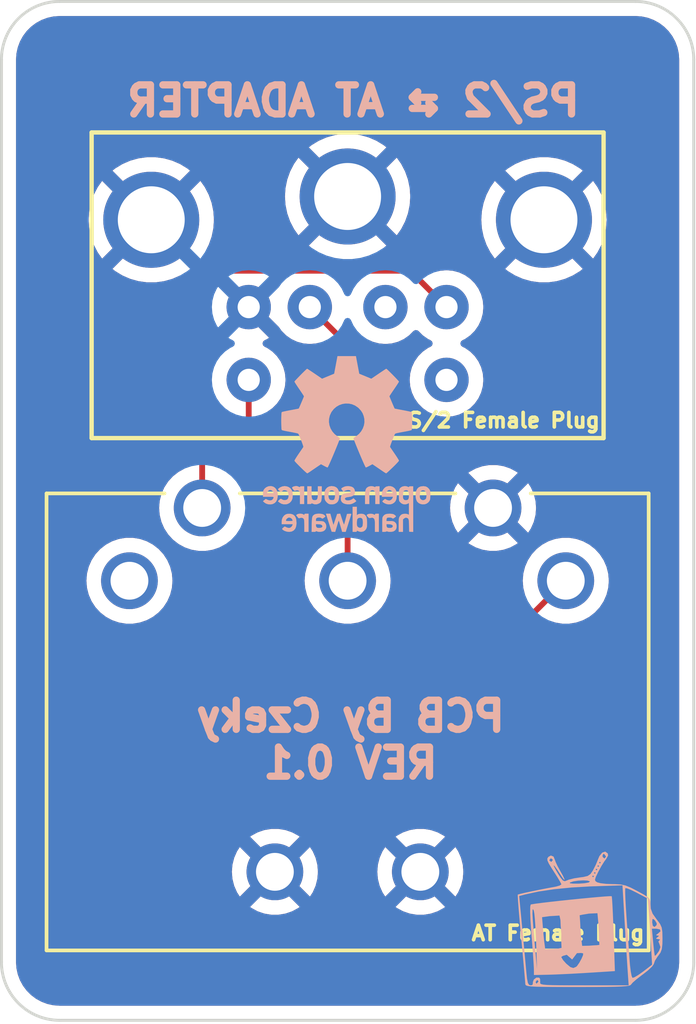
<source format=kicad_pcb>
(kicad_pcb (version 20240108) (generator "pcbnew") (generator_version "8.0")
  (layers (0 "F.Cu" signal) (31 "B.Cu" signal) (34 "B.Paste" user) (35 "F.Paste" user) (36 "B.SilkS" user "B.Silkscreen") (37 "F.SilkS" user "F.Silkscreen") (38 "B.Mask" user) (39 "F.Mask" user) (44 "Edge.Cuts" user))
  (net 0 "")
  (net 1 "/GND")
  (net 2 "Net-(J1-Pad1)")
  (net 3 "Net-(J1-Pad5)")
  (net 4 "Net-(J1-Pad4)")
  (footprint "din:5pin din" (layer "F.Cu") (at 23.9 37)
    (property "Reference" "REF**" (hide yes))
    (property "Value" "5pin din" (hide yes))
    (fp_line (start -10.35 -8) (end -6.295 -8) (stroke (width 0.127)) (layer "F.SilkS"))
    (fp_line (start -10.35 7.7) (end -10.35 -8) (stroke (width 0.127)) (layer "F.SilkS"))
    (fp_line (start -3.705 -8) (end 3.705 -8) (stroke (width 0.127)) (layer "F.SilkS"))
    (fp_line (start 6.295 -8) (end 10.35 -8) (stroke (width 0.127)) (layer "F.SilkS"))
    (fp_line (start 10.35 -8) (end 10.35 7.7) (stroke (width 0.127)) (layer "F.SilkS"))
    (fp_line (start 10.35 7.7) (end -10.35 7.7) (stroke (width 0.127)) (layer "F.SilkS"))
    (pad "1" thru_hole circle (at 7.5 -5) (size 1.95 1.95) (drill 1.3) (layers "*.Cu" "*.Mask") (net 3 "Net-(J1-Pad5)"))
    (pad "2" thru_hole circle (at 0 -5) (size 1.95 1.95) (drill 1.3) (layers "*.Cu" "*.Mask") (net 2 "Net-(J1-Pad1)"))
    (pad "3" thru_hole circle (at -7.5 -5) (size 1.95 1.95) (drill 1.3) (layers "*.Cu" "*.Mask"))
    (pad "4" thru_hole circle (at 5 -7.5) (size 1.95 1.95) (drill 1.3) (layers "*.Cu" "*.Mask") (net 1 "/GND"))
    (pad "5" thru_hole circle (at -5 -7.5) (size 1.95 1.95) (drill 1.3) (layers "*.Cu" "*.Mask") (net 4 "Net-(J1-Pad4)"))
    (pad "S1" thru_hole circle (at 2.5 5) (size 1.95 1.95) (drill oval 1.3) (layers "*.Cu" "*.Mask") (net 1 "/GND"))
    (pad "S2" thru_hole circle (at -2.5 5) (size 1.95 1.95) (drill 1.3) (layers "*.Cu" "*.Mask") (net 1 "/GND"))
  )
  (footprint "din:MINI-DIN-6-FULL-SHIELD" (layer "F.Cu") (at 23.9 14.1)
    (property "Reference" "J1" (hide yes))
    (property "Value" "Mini-DIN-6" (hide yes))
    (fp_line (start -8.8 2.5) (end 8.8 2.5) (stroke (width 0.15)) (layer "F.SilkS"))
    (fp_line (start -8.8 13) (end -8.8 2.5) (stroke (width 0.15)) (layer "F.SilkS"))
    (fp_line (start 8.8 2.5) (end 8.8 13) (stroke (width 0.15)) (layer "F.SilkS"))
    (fp_line (start 8.8 13) (end -8.8 13) (stroke (width 0.15)) (layer "F.SilkS"))
    (pad "1" thru_hole circle (at -1.3 8.5) (size 1.524 1.524) (drill 0.762) (layers "*.Cu" "*.Mask") (net 2 "Net-(J1-Pad1)"))
    (pad "2" thru_hole circle (at 1.3 8.5) (size 1.524 1.524) (drill 0.762) (layers "*.Cu" "*.Mask"))
    (pad "3" thru_hole circle (at -3.4 8.5) (size 1.524 1.524) (drill 0.762) (layers "*.Cu" "*.Mask") (net 1 "/GND"))
    (pad "4" thru_hole circle (at 3.4 8.5) (size 1.524 1.524) (drill 0.762) (layers "*.Cu" "*.Mask") (net 4 "Net-(J1-Pad4)"))
    (pad "5" thru_hole circle (at -3.4 11) (size 1.524 1.524) (drill 0.762) (layers "*.Cu" "*.Mask") (net 3 "Net-(J1-Pad5)"))
    (pad "6" thru_hole circle (at 3.4 11) (size 1.524 1.524) (drill 0.762) (layers "*.Cu" "*.Mask"))
    (pad "7" thru_hole circle (at -6.75 5.5) (size 3.3 3.3) (drill 2.3) (layers "*.Cu" "*.Mask") (net 1 "/GND"))
    (pad "7" thru_hole circle (at 0 4.7) (size 3.3 3.3) (drill 2.3) (layers "*.Cu" "*.Mask") (net 1 "/GND"))
    (pad "7" thru_hole circle (at 6.75 5.5) (size 3.3 3.3) (drill 2.3) (layers "*.Cu" "*.Mask") (net 1 "/GND"))
  )
  (footprint "Symbol:OSHW-Logo_5.7x6mm_SilkScreen" (layer "B.Cu") (at 23.875 27.3 180)
    (property "Reference" "REF**" (hide yes))
    (property "Value" "OSHW-Logo_5.7x6mm_SilkScreen" (hide yes))
    (fp_poly (pts (xy 1.79946 -1.45803) (xy 1.842711 -1.471245) (xy 1.870558 -1.487941) (xy 1.879629 -1.501145) (xy 1.877132 -1.516797) (xy 1.860931 -1.541385) (xy 1.847232 -1.5588) (xy 1.818992 -1.590283) (xy 1.797775 -1.603529) (xy 1.779688 -1.602664) (xy 1.726035 -1.58901) (xy 1.68663 -1.58963) (xy 1.654632 -1.605104) (xy 1.64389 -1.614161) (xy 1.609505 -1.646027) (xy 1.609505 -2.062179) (xy 1.471188 -2.062179) (xy 1.471188 -1.458614) (xy 1.540347 -1.458614) (xy 1.581869 -1.460256) (xy 1.603291 -1.466087) (xy 1.609502 -1.477461) (xy 1.609505 -1.477798) (xy 1.612439 -1.489713) (xy 1.625704 -1.488159) (xy 1.644084 -1.479563) (xy 1.682046 -1.463568) (xy 1.712872 -1.453945) (xy 1.752536 -1.451478) (xy 1.79946 -1.45803)) (stroke (width 0.01)) (fill solid) (layer "B.SilkS"))
    (fp_poly (pts (xy 1.635255 -2.401486) (xy 1.683595 -2.411015) (xy 1.711114 -2.425125) (xy 1.740064 -2.448568) (xy 1.698876 -2.500571) (xy 1.673482 -2.532064) (xy 1.656238 -2.547428) (xy 1.639102 -2.549776) (xy 1.614027 -2.542217) (xy 1.602257 -2.537941) (xy 1.55427 -2.531631) (xy 1.510324 -2.545156) (xy 1.47806 -2.57571) (xy 1.472819 -2.585452) (xy 1.467112 -2.611258) (xy 1.462706 -2.658817) (xy 1.459811 -2.724758) (xy 1.458631 -2.80571) (xy 1.458614 -2.817226) (xy 1.458614 -3.017822) (xy 1.320297 -3.017822) (xy 1.320297 -2.401683) (xy 1.389456 -2.401683) (xy 1.429333 -2.402725) (xy 1.450107 -2.407358) (xy 1.457789 -2.417849) (xy 1.458614 -2.427745) (xy 1.458614 -2.453806) (xy 1.491745 -2.427745) (xy 1.529735 -2.409965) (xy 1.58077 -2.401174) (xy 1.635255 -2.401486)) (stroke (width 0.01)) (fill solid) (layer "B.SilkS"))
    (fp_poly (pts (xy -0.993356 -2.40302) (xy -0.974539 -2.40866) (xy -0.968473 -2.421053) (xy -0.968218 -2.426647) (xy -0.967129 -2.44223) (xy -0.959632 -2.444676) (xy -0.939381 -2.433993) (xy -0.927351 -2.426694) (xy -0.8894 -2.411063) (xy -0.844072 -2.403334) (xy -0.796544 -2.40274) (xy -0.751995 -2.408513) (xy -0.715602 -2.419884) (xy -0.692543 -2.436088) (xy -0.687996 -2.456355) (xy -0.690291 -2.461843) (xy -0.70702 -2.484626) (xy -0.732963 -2.512647) (xy -0.737655 -2.517177) (xy -0.762383 -2.538005) (xy -0.783718 -2.544735) (xy -0.813555 -2.540038) (xy -0.825508 -2.536917) (xy -0.862705 -2.529421) (xy -0.888859 -2.532792) (xy -0.910946 -2.544681) (xy -0.931178 -2.560635) (xy -0.946079 -2.5807) (xy -0.956434 -2.608702) (xy -0.963029 -2.648467) (xy -0.966649 -2.703823) (xy -0.968078 -2.778594) (xy -0.968218 -2.82374) (xy -0.968218 -3.017822) (xy -1.09396 -3.017822) (xy -1.09396 -2.401683) (xy -1.031089 -2.401683) (xy -0.993356 -2.40302)) (stroke (width 0.01)) (fill solid) (layer "B.SilkS"))
    (fp_poly (pts (xy 0.993367 -1.654342) (xy 0.994555 -1.746563) (xy 0.998897 -1.81661) (xy 1.007558 -1.867381) (xy 1.021704 -1.901772) (xy 1.0425 -1.922679) (xy 1.07111 -1.933) (xy 1.106535 -1.935636) (xy 1.143636 -1.932682) (xy 1.171818 -1.921889) (xy 1.192243 -1.90036) (xy 1.206079 -1.865199) (xy 1.214491 -1.81351) (xy 1.218643 -1.742394) (xy 1.219703 -1.654342) (xy 1.219703 -1.458614) (xy 1.35802 -1.458614) (xy 1.35802 -2.062179) (xy 1.288862 -2.062179) (xy 1.24717 -2.060489) (xy 1.225701 -2.054556) (xy 1.219703 -2.043293) (xy 1.216091 -2.033261) (xy 1.201714 -2.035383) (xy 1.172736 -2.04958) (xy 1.106319 -2.07148) (xy 1.035875 -2.069928) (xy 0.968377 -2.046147) (xy 0.936233 -2.027362) (xy 0.911715 -2.007022) (xy 0.893804 -1.981573) (xy 0.881479 -1.947458) (xy 0.873723 -1.901121) (xy 0.869516 -1.839007) (xy 0.86784 -1.757561) (xy 0.867624 -1.694578) (xy 0.867624 -1.458614) (xy 0.993367 -1.458614) (xy 0.993367 -1.654342)) (stroke (width 0.01)) (fill solid) (layer "B.SilkS"))
    (fp_poly (pts (xy -0.754012 -1.469002) (xy -0.722717 -1.48395) (xy -0.692409 -1.505541) (xy -0.669318 -1.530391) (xy -0.6525 -1.562087) (xy -0.641006 -1.604214) (xy -0.633891 -1.660358) (xy -0.630207 -1.734106) (xy -0.629008 -1.829044) (xy -0.628989 -1.838985) (xy -0.628713 -2.062179) (xy -0.76703 -2.062179) (xy -0.76703 -1.856418) (xy -0.767128 -1.780189) (xy -0.767809 -1.724939) (xy -0.769651 -1.686501) (xy -0.773233 -1.660706) (xy -0.779132 -1.643384) (xy -0.787927 -1.630368) (xy -0.80018 -1.617507) (xy -0.843047 -1.589873) (xy -0.889843 -1.584745) (xy -0.934424 -1.602217) (xy -0.949928 -1.615221) (xy -0.96131 -1.627447) (xy -0.969481 -1.64054) (xy -0.974974 -1.658615) (xy -0.97832 -1.685787) (xy -0.980051 -1.72617) (xy -0.980697 -1.783879) (xy -0.980792 -1.854132) (xy -0.980792 -2.062179) (xy -1.119109 -2.062179) (xy -1.119109 -1.458614) (xy -1.04995 -1.458614) (xy -1.008428 -1.460256) (xy -0.987006 -1.466087) (xy -0.980795 -1.477461) (xy -0.980792 -1.477798) (xy -0.97791 -1.488938) (xy -0.965199 -1.487674) (xy -0.939926 -1.475434) (xy -0.882605 -1.457424) (xy -0.817037 -1.455421) (xy -0.754012 -1.469002)) (stroke (width 0.01)) (fill solid) (layer "B.SilkS"))
    (fp_poly (pts (xy 2.217226 -1.46388) (xy 2.29008 -1.49483) (xy 2.313027 -1.509895) (xy 2.342354 -1.533048) (xy 2.360764 -1.551253) (xy 2.363961 -1.557183) (xy 2.354935 -1.57034) (xy 2.331837 -1.592667) (xy 2.313344 -1.60825) (xy 2.262728 -1.648926) (xy 2.22276 -1.615295) (xy 2.191874 -1.593584) (xy 2.161759 -1.58609) (xy 2.127292 -1.58792) (xy 2.072561 -1.601528) (xy 2.034886 -1.629772) (xy 2.011991 -1.675433) (xy 2.001597 -1.741289) (xy 2.001595 -1.741331) (xy 2.002494 -1.814939) (xy 2.016463 -1.868946) (xy 2.044328 -1.905716) (xy 2.063325 -1.918168) (xy 2.113776 -1.933673) (xy 2.167663 -1.933683) (xy 2.214546 -1.918638) (xy 2.225644 -1.911287) (xy 2.253476 -1.892511) (xy 2.275236 -1.889434) (xy 2.298704 -1.903409) (xy 2.324649 -1.92851) (xy 2.365716 -1.97088) (xy 2.320121 -2.008464) (xy 2.249674 -2.050882) (xy 2.170233 -2.071785) (xy 2.087215 -2.070272) (xy 2.032694 -2.056411) (xy 1.96897 -2.022135) (xy 1.918005 -1.968212) (xy 1.894851 -1.930149) (xy 1.876099 -1.875536) (xy 1.866715 -1.806369) (xy 1.866643 -1.731407) (xy 1.875824 -1.659409) (xy 1.894199 -1.599137) (xy 1.897093 -1.592958) (xy 1.939952 -1.532351) (xy 1.997979 -1.488224) (xy 2.066591 -1.461493) (xy 2.141201 -1.453073) (xy 2.217226 -1.46388)) (stroke (width 0.01)) (fill solid) (layer "B.SilkS"))
    (fp_poly (pts (xy 0.610762 -1.466055) (xy 0.674363 -1.500692) (xy 0.724123 -1.555372) (xy 0.747568 -1.599842) (xy 0.757634 -1.639121) (xy 0.764156 -1.695116) (xy 0.766951 -1.759621) (xy 0.765836 -1.824429) (xy 0.760626 -1.881334) (xy 0.754541 -1.911727) (xy 0.734014 -1.953306) (xy 0.698463 -1.997468) (xy 0.655619 -2.036087) (xy 0.613211 -2.061034) (xy 0.612177 -2.06143) (xy 0.559553 -2.072331) (xy 0.497188 -2.072601) (xy 0.437924 -2.062676) (xy 0.41504 -2.054722) (xy 0.356102 -2.0213) (xy 0.31389 -1.977511) (xy 0.286156 -1.919538) (xy 0.270651 -1.843565) (xy 0.267143 -1.803771) (xy 0.26759 -1.753766) (xy 0.402376 -1.753766) (xy 0.406917 -1.826732) (xy 0.419986 -1.882334) (xy 0.440756 -1.917861) (xy 0.455552 -1.92802) (xy 0.493464 -1.935104) (xy 0.538527 -1.933007) (xy 0.577487 -1.922812) (xy 0.587704 -1.917204) (xy 0.614659 -1.884538) (xy 0.632451 -1.834545) (xy 0.640024 -1.773705) (xy 0.636325 -1.708497) (xy 0.628057 -1.669253) (xy 0.60432 -1.623805) (xy 0.566849 -1.595396) (xy 0.52172 -1.585573) (xy 0.475011 -1.595887) (xy 0.439132 -1.621112) (xy 0.420277 -1.641925) (xy 0.409272 -1.662439) (xy 0.404026 -1.690203) (xy 0.402449 -1.732762) (xy 0.402376 -1.753766) (xy 0.26759 -1.753766) (xy 0.268094 -1.69758) (xy 0.285388 -1.610501) (xy 0.319029 -1.54253) (xy 0.369018 -1.493664) (xy 0.435356 -1.463899) (xy 0.449601 -1.460448) (xy 0.53521 -1.452345) (xy 0.610762 -1.466055)) (stroke (width 0.01)) (fill solid) (layer "B.SilkS"))
    (fp_poly (pts (xy 0.281524 -2.404237) (xy 0.331255 -2.407971) (xy 0.461291 -2.797773) (xy 0.481678 -2.728614) (xy 0.493946 -2.685874) (xy 0.510085 -2.628115) (xy 0.527512 -2.564625) (xy 0.536726 -2.53057) (xy 0.571388 -2.401683) (xy 0.714391 -2.401683) (xy 0.671646 -2.536857) (xy 0.650596 -2.603342) (xy 0.625167 -2.683539) (xy 0.59861 -2.767193) (xy 0.574902 -2.841782) (xy 0.520902 -3.011535) (xy 0.462598 -3.015328) (xy 0.404295 -3.019122) (xy 0.372679 -2.914734) (xy 0.353182 -2.849889) (xy 0.331904 -2.7784) (xy 0.313308 -2.715263) (xy 0.312574 -2.71275) (xy 0.298684 -2.669969) (xy 0.286429 -2.640779) (xy 0.277846 -2.629741) (xy 0.276082 -2.631018) (xy 0.269891 -2.64813) (xy 0.258128 -2.684787) (xy 0.242225 -2.736378) (xy 0.223614 -2.798294) (xy 0.213543 -2.832352) (xy 0.159007 -3.017822) (xy 0.043264 -3.017822) (xy -0.049263 -2.725471) (xy -0.075256 -2.643462) (xy -0.098934 -2.568987) (xy -0.11918 -2.505544) (xy -0.134874 -2.456632) (xy -0.144898 -2.425749) (xy -0.147945 -2.416726) (xy -0.145533 -2.407487) (xy -0.126592 -2.403441) (xy -0.087177 -2.403846) (xy -0.081007 -2.404152) (xy -0.007914 -2.407971) (xy 0.039957 -2.58401) (xy 0.057553 -2.648211) (xy 0.073277 -2.704649) (xy 0.085746 -2.748422) (xy 0.093574 -2.77463) (xy 0.09502 -2.778903) (xy 0.101014 -2.77399) (xy 0.113101 -2.748532) (xy 0.129893 -2.705997) (xy 0.150003 -2.64985) (xy 0.167003 -2.59913) (xy 0.231794 -2.400504) (xy 0.281524 -2.404237)) (stroke (width 0.01)) (fill solid) (layer "B.SilkS"))
    (fp_poly (pts (xy -0.201188 -3.017822) (xy -0.270346 -3.017822) (xy -0.310488 -3.016645) (xy -0.331394 -3.011772) (xy -0.338922 -3.001186) (xy -0.339505 -2.994029) (xy -0.340774 -2.979676) (xy -0.348779 -2.976923) (xy -0.369815 -2.985771) (xy -0.386173 -2.994029) (xy -0.448977 -3.013597) (xy -0.517248 -3.014729) (xy -0.572752 -3.000135) (xy -0.624438 -2.964877) (xy -0.663838 -2.912835) (xy -0.685413 -2.85145) (xy -0.685962 -2.848018) (xy -0.689167 -2.810571) (xy -0.690761 -2.756813) (xy -0.690633 -2.716155) (xy -0.553279 -2.716155) (xy -0.550097 -2.770194) (xy -0.542859 -2.814735) (xy -0.53306 -2.839888) (xy -0.495989 -2.87426) (xy -0.451974 -2.886582) (xy -0.406584 -2.876618) (xy -0.367797 -2.846895) (xy -0.353108 -2.826905) (xy -0.344519 -2.80305) (xy -0.340496 -2.76823) (xy -0.339505 -2.71593) (xy -0.341278 -2.664139) (xy -0.345963 -2.618634) (xy -0.352603 -2.588181) (xy -0.35371 -2.585452) (xy -0.380491 -2.553) (xy -0.419579 -2.535183) (xy -0.463315 -2.532306) (xy -0.504038 -2.544674) (xy -0.534087 -2.572593) (xy -0.537204 -2.578148) (xy -0.546961 -2.612022) (xy -0.552277 -2.660728) (xy -0.553279 -2.716155) (xy -0.690633 -2.716155) (xy -0.690568 -2.69554) (xy -0.689664 -2.662563) (xy -0.683514 -2.580981) (xy -0.670733 -2.51973) (xy -0.649471 -2.474449) (xy -0.617878 -2.440779) (xy -0.587207 -2.421014) (xy -0.544354 -2.40712) (xy -0.491056 -2.402354) (xy -0.43648 -2.406236) (xy -0.389792 -2.418282) (xy -0.365124 -2.432693) (xy -0.339505 -2.455878) (xy -0.339505 -2.162773) (xy -0.201188 -2.162773) (xy -0.201188 -3.017822)) (stroke (width 0.01)) (fill solid) (layer "B.SilkS"))
    (fp_poly (pts (xy -2.538261 -1.465148) (xy -2.472479 -1.494231) (xy -2.42254 -1.542793) (xy -2.388374 -1.610908) (xy -2.369907 -1.698651) (xy -2.368583 -1.712351) (xy -2.367546 -1.808939) (xy -2.380993 -1.893602) (xy -2.408108 -1.962221) (xy -2.422627 -1.984294) (xy -2.473201 -2.031011) (xy -2.537609 -2.061268) (xy -2.609666 -2.073824) (xy -2.683185 -2.067439) (xy -2.739072 -2.047772) (xy -2.787132 -2.014629) (xy -2.826412 -1.971175) (xy -2.827092 -1.970158) (xy -2.843044 -1.943338) (xy -2.85341 -1.916368) (xy -2.859688 -1.882332) (xy -2.863373 -1.83431) (xy -2.864997 -1.794931) (xy -2.865672 -1.759219) (xy -2.739955 -1.759219) (xy -2.738726 -1.79477) (xy -2.734266 -1.842094) (xy -2.726397 -1.872465) (xy -2.712207 -1.894072) (xy -2.698917 -1.906694) (xy -2.651802 -1.933122) (xy -2.602505 -1.936653) (xy -2.556593 -1.917639) (xy -2.533638 -1.896331) (xy -2.517096 -1.874859) (xy -2.507421 -1.854313) (xy -2.503174 -1.827574) (xy -2.50292 -1.787523) (xy -2.504228 -1.750638) (xy -2.507043 -1.697947) (xy -2.511505 -1.663772) (xy -2.519548 -1.64148) (xy -2.533103 -1.624442) (xy -2.543845 -1.614703) (xy -2.588777 -1.589123) (xy -2.637249 -1.587847) (xy -2.677894 -1.602999) (xy -2.712567 -1.634642) (xy -2.733224 -1.68662) (xy -2.739955 -1.759219) (xy -2.865672 -1.759219) (xy -2.866479 -1.716621) (xy -2.863948 -1.658056) (xy -2.856362 -1.614007) (xy -2.842681 -1.579248) (xy -2.821865 -1.548551) (xy -2.814147 -1.539436) (xy -2.765889 -1.494021) (xy -2.714128 -1.467493) (xy -2.650828 -1.456379) (xy -2.619961 -1.455471) (xy -2.538261 -1.465148)) (stroke (width 0.01)) (fill solid) (layer "B.SilkS"))
    (fp_poly (pts (xy 2.677898 -1.456457) (xy 2.710096 -1.464279) (xy 2.771825 -1.492921) (xy 2.82461 -1.536667) (xy 2.861141 -1.589117) (xy 2.86616 -1.600893) (xy 2.873045 -1.63174) (xy 2.877864 -1.677371) (xy 2.879505 -1.723492) (xy 2.879505 -1.810693) (xy 2.697178 -1.810693) (xy 2.621979 -1.810978) (xy 2.569003 -1.812704) (xy 2.535325 -1.817181) (xy 2.51802 -1.82572) (xy 2.514163 -1.83963) (xy 2.520829 -1.860222) (xy 2.53277 -1.884315) (xy 2.56608 -1.924525) (xy 2.612368 -1.944558) (xy 2.668944 -1.943905) (xy 2.733031 -1.922101) (xy 2.788417 -1.895193) (xy 2.834375 -1.931532) (xy 2.880333 -1.967872) (xy 2.837096 -2.007819) (xy 2.779374 -2.045563) (xy 2.708386 -2.06832) (xy 2.632029 -2.074688) (xy 2.558199 -2.063268) (xy 2.546287 -2.059393) (xy 2.481399 -2.025506) (xy 2.43313 -1.974986) (xy 2.400465 -1.906325) (xy 2.382385 -1.818014) (xy 2.382175 -1.816121) (xy 2.380556 -1.719878) (xy 2.3871 -1.685542) (xy 2.514852 -1.685542) (xy 2.526584 -1.690822) (xy 2.558438 -1.694867) (xy 2.605397 -1.697176) (xy 2.635154 -1.697525) (xy 2.690648 -1.697306) (xy 2.725346 -1.695916) (xy 2.743601 -1.692251) (xy 2.749766 -1.68521) (xy 2.748195 -1.67369) (xy 2.746878 -1.669233) (xy 2.724382 -1.627355) (xy 2.689003 -1.593604) (xy 2.65778 -1.578773) (xy 2.616301 -1.579668) (xy 2.574269 -1.598164) (xy 2.539012 -1.628786) (xy 2.517854 -1.666062) (xy 2.514852 -1.685542) (xy 2.3871 -1.685542) (xy 2.39669 -1.635229) (xy 2.428698 -1.564191) (xy 2.474701 -1.508779) (xy 2.532821 -1.471009) (xy 2.60118 -1.452896) (xy 2.677898 -1.456457)) (stroke (width 0.01)) (fill solid) (layer "B.SilkS"))
    (fp_poly (pts (xy 0.014017 -1.456452) (xy 0.061634 -1.465482) (xy 0.111034 -1.48437) (xy 0.116312 -1.486777) (xy 0.153774 -1.506476) (xy 0.179717 -1.524781) (xy 0.188103 -1.536508) (xy 0.180117 -1.555632) (xy 0.16072 -1.58385) (xy 0.15211 -1.594384) (xy 0.116628 -1.635847) (xy 0.070885 -1.608858) (xy 0.02735 -1.590878) (xy -0.02295 -1.581267) (xy -0.071188 -1.58066) (xy -0.108533 -1.589691) (xy -0.117495 -1.595327) (xy -0.134563 -1.621171) (xy -0.136637 -1.650941) (xy -0.123866 -1.674197) (xy -0.116312 -1.678708) (xy -0.093675 -1.684309) (xy -0.053885 -1.690892) (xy -0.004834 -1.697183) (xy 0.004215 -1.69817) (xy 0.082996 -1.711798) (xy 0.140136 -1.734946) (xy 0.17803 -1.769752) (xy 0.199079 -1.818354) (xy 0.205635 -1.877718) (xy 0.196577 -1.945198) (xy 0.167164 -1.998188) (xy 0.117278 -2.036783) (xy 0.0468 -2.061081) (xy -0.031435 -2.070667) (xy -0.095234 -2.070552) (xy -0.146984 -2.061845) (xy -0.182327 -2.049825) (xy -0.226983 -2.02888) (xy -0.268253 -2.004574) (xy -0.282921 -1.993876) (xy -0.320643 -1.963084) (xy -0.275148 -1.917049) (xy -0.229653 -1.871013) (xy -0.177928 -1.905243) (xy -0.126048 -1.930952) (xy -0.070649 -1.944399) (xy -0.017395 -1.945818) (xy 0.028049 -1.935443) (xy 0.060016 -1.913507) (xy 0.070338 -1.894998) (xy 0.068789 -1.865314) (xy 0.04314 -1.842615) (xy -0.00654 -1.82694) (xy -0.060969 -1.819695) (xy -0.144736 -1.805873) (xy -0.206967 -1.779796) (xy -0.248493 -1.740699) (xy -0.270147 -1.68782) (xy -0.273147 -1.625126) (xy -0.258329 -1.559642) (xy -0.224546 -1.510144) (xy -0.171495 -1.476408) (xy -0.098874 -1.458207) (xy -0.045072 -1.454639) (xy 0.014017 -1.456452)) (stroke (width 0.01)) (fill solid) (layer "B.SilkS"))
    (fp_poly (pts (xy 2.032581 -2.40497) (xy 2.092685 -2.420597) (xy 2.143021 -2.452848) (xy 2.167393 -2.47694) (xy 2.207345 -2.533895) (xy 2.230242 -2.599965) (xy 2.238108 -2.681182) (xy 2.238148 -2.687748) (xy 2.238218 -2.753763) (xy 1.858264 -2.753763) (xy 1.866363 -2.788342) (xy 1.880987 -2.819659) (xy 1.906581 -2.852291) (xy 1.911935 -2.8575) (xy 1.957943 -2.885694) (xy 2.01041 -2.890475) (xy 2.070803 -2.871926) (xy 2.08104 -2.866931) (xy 2.112439 -2.851745) (xy 2.13347 -2.843094) (xy 2.137139 -2.842293) (xy 2.149948 -2.850063) (xy 2.174378 -2.869072) (xy 2.186779 -2.87946) (xy 2.212476 -2.903321) (xy 2.220915 -2.919077) (xy 2.215058 -2.933571) (xy 2.211928 -2.937534) (xy 2.190725 -2.954879) (xy 2.155738 -2.975959) (xy 2.131337 -2.988265) (xy 2.062072 -3.009946) (xy 1.985388 -3.016971) (xy 1.912765 -3.008647) (xy 1.892426 -3.002686) (xy 1.829476 -2.968952) (xy 1.782815 -2.917045) (xy 1.752173 -2.846459) (xy 1.737282 -2.756692) (xy 1.735647 -2.709753) (xy 1.740421 -2.641413) (xy 1.86099 -2.641413) (xy 1.872652 -2.646465) (xy 1.903998 -2.650429) (xy 1.949571 -2.652768) (xy 1.980446 -2.653169) (xy 2.035981 -2.652783) (xy 2.071033 -2.650975) (xy 2.090262 -2.646773) (xy 2.09833 -2.639203) (xy 2.099901 -2.628218) (xy 2.089121 -2.594381) (xy 2.06198 -2.56094) (xy 2.026277 -2.535272) (xy 1.99056 -2.524772) (xy 1.942048 -2.534086) (xy 1.900053 -2.561013) (xy 1.870936 -2.599827) (xy 1.86099 -2.641413) (xy 1.740421 -2.641413) (xy 1.742599 -2.610236) (xy 1.764055 -2.530949) (xy 1.80047 -2.471263) (xy 1.852297 -2.430549) (xy 1.91999 -2.408179) (xy 1.956662 -2.403871) (xy 2.032581 -2.40497)) (stroke (width 0.01)) (fill solid) (layer "B.SilkS"))
    (fp_poly (pts (xy -1.356699 -1.472614) (xy -1.344168 -1.478514) (xy -1.300799 -1.510283) (xy -1.25979 -1.556646) (xy -1.229168 -1.607696) (xy -1.220459 -1.631166) (xy -1.212512 -1.673091) (xy -1.207774 -1.723757) (xy -1.207199 -1.744679) (xy -1.207129 -1.810693) (xy -1.587083 -1.810693) (xy -1.578983 -1.845273) (xy -1.559104 -1.88617) (xy -1.524347 -1.921514) (xy -1.482998 -1.944282) (xy -1.456649 -1.94901) (xy -1.420916 -1.943273) (xy -1.378282 -1.928882) (xy -1.363799 -1.922262) (xy -1.31024 -1.895513) (xy -1.264533 -1.930376) (xy -1.238158 -1.953955) (xy -1.224124 -1.973417) (xy -1.223414 -1.979129) (xy -1.235951 -1.992973) (xy -1.263428 -2.014012) (xy -1.288366 -2.030425) (xy -1.355664 -2.05993) (xy -1.43111 -2.073284) (xy -1.505888 -2.069812) (xy -1.565495 -2.051663) (xy -1.626941 -2.012784) (xy -1.670608 -1.961595) (xy -1.697926 -1.895367) (xy -1.710322 -1.811371) (xy -1.711421 -1.772936) (xy -1.707022 -1.684861) (xy -1.706482 -1.682299) (xy -1.580582 -1.682299) (xy -1.577115 -1.690558) (xy -1.562863 -1.695113) (xy -1.53347 -1.697065) (xy -1.484575 -1.697517) (xy -1.465748 -1.697525) (xy -1.408467 -1.696843) (xy -1.372141 -1.694364) (xy -1.352604 -1.689443) (xy -1.34569 -1.681434) (xy -1.345445 -1.678862) (xy -1.353336 -1.658423) (xy -1.373085 -1.629789) (xy -1.381575 -1.619763) (xy -1.413094 -1.591408) (xy -1.445949 -1.580259) (xy -1.463651 -1.579327) (xy -1.511539 -1.590981) (xy -1.551699 -1.622285) (xy -1.577173 -1.667752) (xy -1.577625 -1.669233) (xy -1.580582 -1.682299) (xy -1.706482 -1.682299) (xy -1.692392 -1.61551) (xy -1.666038 -1.560025) (xy -1.633807 -1.520639) (xy -1.574217 -1.477931) (xy -1.504168 -1.455109) (xy -1.429661 -1.453046) (xy -1.356699 -1.472614)) (stroke (width 0.01)) (fill solid) (layer "B.SilkS"))
    (fp_poly (pts (xy 1.038411 -2.405417) (xy 1.091411 -2.41829) (xy 1.106731 -2.42511) (xy 1.136428 -2.442974) (xy 1.15922 -2.463093) (xy 1.176083 -2.488962) (xy 1.187998 -2.524073) (xy 1.195942 -2.57192) (xy 1.200894 -2.635996) (xy 1.203831 -2.719794) (xy 1.204947 -2.775768) (xy 1.209052 -3.017822) (xy 1.138932 -3.017822) (xy 1.096393 -3.016038) (xy 1.074476 -3.009942) (xy 1.068812 -2.999706) (xy 1.065821 -2.988637) (xy 1.052451 -2.990754) (xy 1.034233 -2.999629) (xy 0.988624 -3.013233) (xy 0.930007 -3.016899) (xy 0.868354 -3.010903) (xy 0.813638 -2.995521) (xy 0.80873 -2.993386) (xy 0.758723 -2.958255) (xy 0.725756 -2.909419) (xy 0.710587 -2.852333) (xy 0.711746 -2.831824) (xy 0.835508 -2.831824) (xy 0.846413 -2.859425) (xy 0.878745 -2.879204) (xy 0.93091 -2.889819) (xy 0.958787 -2.891228) (xy 1.005247 -2.88762) (xy 1.036129 -2.873597) (xy 1.043664 -2.866931) (xy 1.064076 -2.830666) (xy 1.068812 -2.797773) (xy 1.068812 -2.753763) (xy 1.007513 -2.753763) (xy 0.936256 -2.757395) (xy 0.886276 -2.768818) (xy 0.854696 -2.788824) (xy 0.847626 -2.797743) (xy 0.835508 -2.831824) (xy 0.711746 -2.831824) (xy 0.713971 -2.792456) (xy 0.736663 -2.735244) (xy 0.767624 -2.69658) (xy 0.786376 -2.679864) (xy 0.804733 -2.668878) (xy 0.828619 -2.66218) (xy 0.863957 -2.658326) (xy 0.916669 -2.655873) (xy 0.937577 -2.655168) (xy 1.068812 -2.650879) (xy 1.06862 -2.611158) (xy 1.063537 -2.569405) (xy 1.045162 -2.544158) (xy 1.008039 -2.52803) (xy 1.007043 -2.527742) (xy 0.95441 -2.5214) (xy 0.902906 -2.529684) (xy 0.86463 -2.549827) (xy 0.849272 -2.559773) (xy 0.83273 -2.558397) (xy 0.807275 -2.543987) (xy 0.792328 -2.533817) (xy 0.763091 -2.512088) (xy 0.74498 -2.4958) (xy 0.742074 -2.491137) (xy 0.75404 -2.467005) (xy 0.789396 -2.438185) (xy 0.804753 -2.428461) (xy 0.848901 -2.411714) (xy 0.908398 -2.402227) (xy 0.974487 -2.400095) (xy 1.038411 -2.405417)) (stroke (width 0.01)) (fill solid) (layer "B.SilkS"))
    (fp_poly (pts (xy -1.38421 -2.406555) (xy -1.325055 -2.422339) (xy -1.280023 -2.450948) (xy -1.248246 -2.488419) (xy -1.238366 -2.504411) (xy -1.231073 -2.521163) (xy -1.225974 -2.542592) (xy -1.222679 -2.572616) (xy -1.220797 -2.615154) (xy -1.219937 -2.674122) (xy -1.219707 -2.75344) (xy -1.219703 -2.774484) (xy -1.219703 -3.017822) (xy -1.280059 -3.017822) (xy -1.318557 -3.015126) (xy -1.347023 -3.008295) (xy -1.354155 -3.004083) (xy -1.373652 -2.996813) (xy -1.393566 -3.004083) (xy -1.426353 -3.01316) (xy -1.473978 -3.016813) (xy -1.526764 -3.015228) (xy -1.575036 -3.008589) (xy -1.603218 -3.000072) (xy -1.657753 -2.965063) (xy -1.691835 -2.916479) (xy -1.707157 -2.851882) (xy -1.707299 -2.850223) (xy -1.705955 -2.821566) (xy -1.584356 -2.821566) (xy -1.573726 -2.854161) (xy -1.55641 -2.872505) (xy -1.521652 -2.886379) (xy -1.475773 -2.891917) (xy -1.428988 -2.889191) (xy -1.391514 -2.878274) (xy -1.381015 -2.871269) (xy -1.362668 -2.838904) (xy -1.35802 -2.802111) (xy -1.35802 -2.753763) (xy -1.427582 -2.753763) (xy -1.493667 -2.75885) (xy -1.543764 -2.773263) (xy -1.574929 -2.795729) (xy -1.584356 -2.821566) (xy -1.705955 -2.821566) (xy -1.703987 -2.779647) (xy -1.68071 -2.723845) (xy -1.636948 -2.681647) (xy -1.630899 -2.677808) (xy -1.604907 -2.665309) (xy -1.572735 -2.65774) (xy -1.52776 -2.654061) (xy -1.474331 -2.653216) (xy -1.35802 -2.653169) (xy -1.35802 -2.604411) (xy -1.362953 -2.566581) (xy -1.375543 -2.541236) (xy -1.377017 -2.539887) (xy -1.405034 -2.5288) (xy -1.447326 -2.524503) (xy -1.494064 -2.526615) (xy -1.535418 -2.534756) (xy -1.559957 -2.546965) (xy -1.573253 -2.556746) (xy -1.587294 -2.558613) (xy -1.606671 -2.5506) (xy -1.635976 -2.530739) (xy -1.679803 -2.497063) (xy -1.683825 -2.493909) (xy -1.681764 -2.482236) (xy -1.664568 -2.462822) (xy -1.638433 -2.441248) (xy -1.609552 -2.423096) (xy -1.600478 -2.418809) (xy -1.56738 -2.410256) (xy -1.51888 -2.404155) (xy -1.464695 -2.401708) (xy -1.462161 -2.401703) (xy -1.38421 -2.406555)) (stroke (width 0.01)) (fill solid) (layer "B.SilkS"))
    (fp_poly (pts (xy -1.908759 -1.469184) (xy -1.882247 -1.482282) (xy -1.849553 -1.505106) (xy -1.825725 -1.529996) (xy -1.809406 -1.561249) (xy -1.79924 -1.603166) (xy -1.793872 -1.660044) (xy -1.791944 -1.736184) (xy -1.791831 -1.768917) (xy -1.792161 -1.840656) (xy -1.793527 -1.891927) (xy -1.7965 -1.927404) (xy -1.801649 -1.951763) (xy -1.809543 -1.96968) (xy -1.817757 -1.981902) (xy -1.870187 -2.033905) (xy -1.93193 -2.065184) (xy -1.998536 -2.074592) (xy -2.065558 -2.06098) (xy -2.086792 -2.051354) (xy -2.137624 -2.024859) (xy -2.137624 -2.440052) (xy -2.100525 -2.420868) (xy -2.051643 -2.406025) (xy -1.991561 -2.402222) (xy -1.931564 -2.409243) (xy -1.886256 -2.425013) (xy -1.848675 -2.455047) (xy -1.816564 -2.498024) (xy -1.81415 -2.502436) (xy -1.803967 -2.523221) (xy -1.79653 -2.54417) (xy -1.791411 -2.569548) (xy -1.788181 -2.603618) (xy -1.786413 -2.650641) (xy -1.785677 -2.714882) (xy -1.785544 -2.787176) (xy -1.785544 -3.017822) (xy -1.923861 -3.017822) (xy -1.923861 -2.592533) (xy -1.962549 -2.559979) (xy -2.002738 -2.53394) (xy -2.040797 -2.529205) (xy -2.079066 -2.541389) (xy -2.099462 -2.55332) (xy -2.114642 -2.570313) (xy -2.125438 -2.595995) (xy -2.132683 -2.633991) (xy -2.137208 -2.687926) (xy -2.139844 -2.761425) (xy -2.140772 -2.810347) (xy -2.143911 -3.011535) (xy -2.209926 -3.015336) (xy -2.27594 -3.019136) (xy -2.27594 -1.77065) (xy -2.137624 -1.77065) (xy -2.134097 -1.840254) (xy -2.122215 -1.888569) (xy -2.10002 -1.918631) (xy -2.065559 -1.933471) (xy -2.030742 -1.936436) (xy -1.991329 -1.933028) (xy -1.965171 -1.919617) (xy -1.948814 -1.901896) (xy -1.935937 -1.882835) (xy -1.928272 -1.861601) (xy -1.924861 -1.831849) (xy -1.924749 -1.787236) (xy -1.925897 -1.74988) (xy -1.928532 -1.693604) (xy -1.932456 -1.656658) (xy -1.939063 -1.633223) (xy -1.949749 -1.61748) (xy -1.959833 -1.60838) (xy -2.00197 -1.588537) (xy -2.05184 -1.585332) (xy -2.080476 -1.592168) (xy -2.108828 -1.616464) (xy -2.127609 -1.663728) (xy -2.136712 -1.733624) (xy -2.137624 -1.77065) (xy -2.27594 -1.77065) (xy -2.27594 -1.458614) (xy -2.206782 -1.458614) (xy -2.16526 -1.460256) (xy -2.143838 -1.466087) (xy -2.137626 -1.477461) (xy -2.137624 -1.477798) (xy -2.134742 -1.488938) (xy -2.12203 -1.487673) (xy -2.096757 -1.475433) (xy -2.037869 -1.456707) (xy -1.971615 -1.454739) (xy -1.908759 -1.469184)) (stroke (width 0.01)) (fill solid) (layer "B.SilkS"))
    (fp_poly (pts (xy 0.376964 2.709982) (xy 0.433812 2.40843) (xy 0.853338 2.235488) (xy 1.104984 2.406605) (xy 1.175458 2.45425) (xy 1.239163 2.49679) (xy 1.293126 2.532285) (xy 1.334373 2.55879) (xy 1.359934 2.574364) (xy 1.366895 2.577722) (xy 1.379435 2.569086) (xy 1.406231 2.545208) (xy 1.44428 2.509141) (xy 1.490579 2.463933) (xy 1.542123 2.412636) (xy 1.595909 2.358299) (xy 1.648935 2.303972) (xy 1.698195 2.252705) (xy 1.740687 2.207549) (xy 1.773407 2.171554) (xy 1.793351 2.14777) (xy 1.798119 2.13981) (xy 1.791257 2.125135) (xy 1.77202 2.092986) (xy 1.74243 2.046508) (xy 1.70451 1.988844) (xy 1.660282 1.92314) (xy 1.634654 1.885664) (xy 1.587941 1.817232) (xy 1.546432 1.75548) (xy 1.51214 1.703481) (xy 1.48708 1.664308) (xy 1.473264 1.641035) (xy 1.471188 1.636145) (xy 1.475895 1.622245) (xy 1.488723 1.58985) (xy 1.507738 1.543515) (xy 1.531003 1.487794) (xy 1.556584 1.427242) (xy 1.582545 1.366414) (xy 1.60695 1.309864) (xy 1.627863 1.262148) (xy 1.643349 1.227819) (xy 1.651472 1.211432) (xy 1.651952 1.210788) (xy 1.664707 1.207659) (xy 1.698677 1.200679) (xy 1.75034 1.190533) (xy 1.816176 1.177908) (xy 1.892664 1.163491) (xy 1.93729 1.155177) (xy 2.019021 1.139616) (xy 2.092843 1.124808) (xy 2.155021 1.111564) (xy 2.201822 1.100695) (xy 2.229509 1.093011) (xy 2.235074 1.090573) (xy 2.240526 1.07407) (xy 2.244924 1.0368) (xy 2.248272 0.98312) (xy 2.250574 0.917388) (xy 2.251832 0.843963) (xy 2.252048 0.767204) (xy 2.251227 0.691468) (xy 2.249371 0.621114) (xy 2.246482 0.5605) (xy 2.242565 0.513984) (xy 2.237622 0.485925) (xy 2.234657 0.480084) (xy 2.216934 0.473083) (xy 2.179381 0.463073) (xy 2.126964 0.451231) (xy 2.064652 0.438733) (xy 2.0429 0.43469) (xy 1.938024 0.41548) (xy 1.85518 0.400009) (xy 1.79163 0.387663) (xy 1.744637 0.377827) (xy 1.711463 0.369886) (xy 1.689371 0.363224) (xy 1.675624 0.357227) (xy 1.667484 0.351281) (xy 1.666345 0.350106) (xy 1.654977 0.331174) (xy 1.637635 0.294331) (xy 1.61605 0.244087) (xy 1.591954 0.184954) (xy 1.567079 0.121444) (xy 1.543157 0.058068) (xy 1.521919 -0.000662) (xy 1.505097 -0.050235) (xy 1.494422 -0.086139) (xy 1.491627 -0.103862) (xy 1.49186 -0.104483) (xy 1.501331 -0.11897) (xy 1.522818 -0.150844) (xy 1.554063 -0.196789) (xy 1.592807 -0.253485) (xy 1.636793 -0.317617) (xy 1.649319 -0.335842) (xy 1.693984 -0.401914) (xy 1.733288 -0.4622) (xy 1.765088 -0.513235) (xy 1.787245 -0.55156) (xy 1.797617 -0.573711) (xy 1.798119 -0.576432) (xy 1.789405 -0.590736) (xy 1.765325 -0.619072) (xy 1.728976 -0.658396) (xy 1.683453 -0.705661) (xy 1.631852 -0.757823) (xy 1.577267 -0.811835) (xy 1.522794 -0.864653) (xy 1.471529 -0.913231) (xy 1.426567 -0.954523) (xy 1.391004 -0.985485) (xy 1.367935 -1.00307) (xy 1.361554 -1.005941) (xy 1.346699 -0.999178) (xy 1.316286 -0.980939) (xy 1.275268 -0.954297) (xy 1.243709 -0.932852) (xy 1.186525 -0.893503) (xy 1.118806 -0.847171) (xy 1.05088 -0.800913) (xy 1.014361 -0.776155) (xy 0.890752 -0.692547) (xy 0.786991 -0.74865) (xy 0.73972 -0.773228) (xy 0.699523 -0.792331) (xy 0.672326 -0.803227) (xy 0.665402 -0.804743) (xy 0.657077 -0.793549) (xy 0.640654 -0.761917) (xy 0.617357 -0.712765) (xy 0.588414 -0.64901) (xy 0.55505 -0.573571) (xy 0.518491 -0.489364) (xy 0.479964 -0.399308) (xy 0.440694 -0.306321) (xy 0.401908 -0.21332) (xy 0.36483 -0.123223) (xy 0.330689 -0.038948) (xy 0.300708 0.036587) (xy 0.276116 0.100466) (xy 0.258136 0.149769) (xy 0.247997 0.181579) (xy 0.246366 0.192504) (xy 0.259291 0.206439) (xy 0.287589 0.22906) (xy 0.325346 0.255667) (xy 0.328515 0.257772) (xy 0.4261 0.335886) (xy 0.504786 0.427018) (xy 0.563891 0.528255) (xy 0.602732 0.636682) (xy 0.620628 0.749386) (xy 0.616897 0.863452) (xy 0.590857 0.975966) (xy 0.541825 1.084015) (xy 0.5274 1.107655) (xy 0.452369 1.203113) (xy 0.36373 1.279768) (xy 0.264549 1.33722) (xy 0.157895 1.375071) (xy 0.046836 1.392922) (xy -0.065561 1.390375) (xy -0.176227 1.36703) (xy -0.282094 1.32249) (xy -0.380095 1.256355) (xy -0.41041 1.229513) (xy -0.487562 1.145488) (xy -0.543782 1.057034) (xy -0.582347 0.957885) (xy -0.603826 0.859697) (xy -0.609128 0.749303) (xy -0.591448 0.63836) (xy -0.552581 0.530619) (xy -0.494323 0.429831) (xy -0.418469 0.339744) (xy -0.326817 0.264108) (xy -0.314772 0.256136) (xy -0.276611 0.230026) (xy -0.247601 0.207405) (xy -0.233732 0.192961) (xy -0.233531 0.192504) (xy -0.236508 0.176879) (xy -0.248311 0.141418) (xy -0.267714 0.089038) (xy -0.293488 0.022655) (xy -0.324409 -0.054814) (xy -0.359249 -0.14045) (xy -0.396783 -0.231337) (xy -0.435783 -0.324559) (xy -0.475023 -0.417197) (xy -0.513276 -0.506335) (xy -0.549317 -0.589055) (xy -0.581917 -0.662441) (xy -0.609852 -0.723575) (xy -0.631895 -0.769541) (xy -0.646818 -0.797421) (xy -0.652828 -0.804743) (xy -0.671191 -0.799041) (xy -0.705552 -0.783749) (xy -0.749984 -0.761599) (xy -0.774417 -0.74865) (xy -0.878178 -0.692547) (xy -1.001787 -0.776155) (xy -1.064886 -0.818987) (xy -1.13397 -0.866122) (xy -1.198707 -0.910503) (xy -1.231134 -0.932852) (xy -1.276741 -0.963477) (xy -1.31536 -0.987747) (xy -1.341952 -1.002587) (xy -1.35059 -1.005724) (xy -1.363161 -0.997261) (xy -1.390984 -0.973636) (xy -1.431361 -0.937302) (xy -1.481595 -0.890711) (xy -1.538988 -0.836317) (xy -1.575286 -0.801392) (xy -1.63879 -0.738996) (xy -1.693673 -0.683188) (xy -1.737714 -0.636354) (xy -1.768695 -0.600882) (xy -1.784398 -0.579161) (xy -1.785905 -0.574752) (xy -1.778914 -0.557985) (xy -1.759594 -0.524082) (xy -1.730091 -0.476476) (xy -1.692545 -0.418599) (xy -1.6491 -0.353884) (xy -1.636745 -0.335842) (xy -1.591727 -0.270267) (xy -1.55134 -0.211228) (xy -1.51784 -0.162042) (xy -1.493486 -0.126028) (xy -1.480536 -0.106502) (xy -1.479285 -0.104483) (xy -1.481156 -0.088922) (xy -1.491087 -0.054709) (xy -1.507347 -0.006355) (xy -1.528205 0.051629) (xy -1.551927 0.11473) (xy -1.576784 0.178437) (xy -1.601042 0.238239) (xy -1.622971 0.289624) (xy -1.640838 0.328081) (xy -1.652913 0.349098) (xy -1.653771 0.350106) (xy -1.661154 0.356112) (xy -1.673625 0.362052) (xy -1.69392 0.36854) (xy -1.724778 0.376191) (xy -1.768934 0.38562) (xy -1.829126 0.397441) (xy -1.908093 0.412271) (xy -2.00857 0.430723) (xy -2.030325 0.43469) (xy -2.094802 0.447147) (xy -2.151011 0.459334) (xy -2.193987 0.470074) (xy -2.21876 0.478191) (xy -2.222082 0.480084) (xy -2.227556 0.496862) (xy -2.232006 0.534355) (xy -2.235428 0.588206) (xy -2.237819 0.654056) (xy -2.239177 0.727547) (xy -2.239499 0.80432) (xy -2.238781 0.880017) (xy -2.237021 0.95028) (xy -2.234216 1.01075) (xy -2.230362 1.05707) (xy -2.225457 1.084881) (xy -2.2225 1.090573) (xy -2.206037 1.096314) (xy -2.168551 1.105655) (xy -2.113775 1.117785) (xy -2.045445 1.131893) (xy -1.967294 1.14717) (xy -1.924716 1.155177) (xy -1.843929 1.170279) (xy -1.771887 1.18396) (xy -1.712111 1.195533) (xy -1.668121 1.204313) (xy -1.643439 1.209613) (xy -1.639377 1.210788) (xy -1.632511 1.224035) (xy -1.617998 1.255943) (xy -1.597771 1.301953) (xy -1.573766 1.357508) (xy -1.547918 1.418047) (xy -1.52216 1.479014) (xy -1.498427 1.535849) (xy -1.478654 1.583994) (xy -1.464776 1.61889) (xy -1.458726 1.635979) (xy -1.458614 1.636726) (xy -1.465472 1.650207) (xy -1.484698 1.68123) (xy -1.514272 1.726711) (xy -1.552173 1.783568) (xy -1.59638 1.848717) (xy -1.622079 1.886138) (xy -1.668907 1.954753) (xy -1.710499 2.017048) (xy -1.744825 2.069871) (xy -1.769857 2.110073) (xy -1.783565 2.1345) (xy -1.785544 2.139976) (xy -1.777034 2.152722) (xy -1.753507 2.179937) (xy -1.717968 2.218572) (xy -1.673423 2.265577) (xy -1.622877 2.317905) (xy -1.569336 2.372505) (xy -1.515805 2.42633) (xy -1.465289 2.47633) (xy -1.420794 2.519457) (xy -1.385325 2.552661) (xy -1.361887 2.572894) (xy -1.354046 2.577722) (xy -1.34128 2.570933) (xy -1.310744 2.551858) (xy -1.26541 2.522439) (xy -1.208244 2.484619) (xy -1.142216 2.440339) (xy -1.09241 2.406605) (xy -0.840764 2.235488) (xy -0.631001 2.321959) (xy -0.421237 2.40843) (xy -0.364389 2.709982) (xy -0.30754 3.011534) (xy 0.320115 3.011534) (xy 0.376964 2.709982)) (stroke (width 0.01)) (fill solid) (layer "B.SilkS"))
  )
  (footprint "logo:logo3" (layer "B.Cu") (at 32.25 43.6 180)
    (property "Reference" "G***" (hide yes))
    (property "Value" "LOGO" (hide yes))
    (fp_poly (pts (xy -0.506004 0.754397) (xy -0.268348 0.735367) (xy 0.026573 0.70884) (xy 0.358824 0.676864) (xy 0.708468 0.641485) (xy 1.055568 0.604752) (xy 1.38019 0.568712) (xy 1.662396 0.535413) (xy 1.882251 0.506902) (xy 2.019819 0.485226) (xy 2.055805 0.475689) (xy 2.072183 0.404701) (xy 2.075137 0.227901) (xy 2.064956 -0.043461) (xy 2.041928 -0.398132) (xy 2.029243 -0.560086) (xy 2.001809 -0.906114) (xy 1.978125 -1.224139) (xy 1.959877 -1.489958) (xy 1.948752 -1.679372) (xy 1.946107 -1.753249) (xy 1.944779 -1.94478) (xy 1.458584 -1.935026) (xy 1.218554 -1.927492) (xy 0.898232 -1.913611) (xy 0.534908 -1.895183) (xy 0.165874 -1.874009) (xy 0.066746 -1.867842) (xy -0.838897 -1.810412) (xy -0.836486 -1.738515) (xy 1.838724 -1.738515) (xy 1.916024 -0.883991) (xy 1.944107 -0.560577) (xy 1.967849 -0.262539) (xy 1.98519 -0.017627) (xy 1.994068 0.146408) (xy 1.994783 0.176798) (xy 1.990628 0.299183) (xy 1.972447 0.313348) (xy 1.949357 0.265197) (xy 1.931386 0.167704) (xy 1.912375 -0.024483) (xy 1.894042 -0.288226) (xy 1.878105 -0.600386) (xy 1.870599 -0.795592) (xy 1.838724 -1.738515) (xy -0.836486 -1.738515) (xy -0.818513 -1.202533) (xy 0.251141 -1.202533) (xy 0.258451 -1.26654) (xy 0.310112 -1.386671) (xy 0.384294 -1.52152) (xy 0.459166 -1.629683) (xy 0.494417 -1.663947) (xy 0.591485 -1.703286) (xy 0.691148 -1.672253) (xy 0.827145 -1.559678) (xy 0.836566 -1.550692) (xy 0.94338 -1.431915) (xy 0.999408 -1.337527) (xy 1.001856 -1.323356) (xy 0.949377 -1.287813) (xy 0.817216 -1.250383) (xy 0.630317 -1.412672) (xy 0.465496 -1.194268) (xy 0.32176 -1.187785) (xy 0.251141 -1.202533) (xy -0.818513 -1.202533) (xy -0.796191 -0.536877) (xy -0.794439 -0.488519) (xy -0.288597 -0.488519) (xy -0.293971 -0.739365) (xy -0.306038 -0.908295) (xy -0.223986 -0.920362) (xy -0.115672 -0.924987) (xy 0.045505 -0.937592) (xy 0.069425 -0.938271) (xy 0.286182 -0.942924) (xy 0.32458 -0.633527) (xy 0.332466 -0.537337) (xy 1.001856 -0.537337) (xy 1.0058 -0.773249) (xy 0.99955 -0.920362) (xy 0.994724 -1.012066) (xy 1.117801 -1.036199) (xy 1.274548 -1.048463) (xy 1.434536 -1.050563) (xy 1.554606 -1.060332) (xy 1.561846 -1.019306) (xy 1.571789 -0.937428) (xy 1.593781 -0.773507) (xy 1.616313 -0.55259) (xy 1.623979 -0.462951) (xy 1.664904 0.04143) (xy 1.407046 0.07725) (xy 1.231547 0.087346) (xy 1.067122 0.098045) (xy 1.033336 -0.056405) (xy 1.026096 -0.247055) (xy 1.001857 -0.531937) (xy 1.001856 -0.537337) (xy 0.332466 -0.537337) (xy 0.343735 -0.399877) (xy 0.35279 -0.184309) (xy 0.360029 -0.056405) (xy 0.372096 0.107698) (xy 0.283253 0.126807) (xy 0.164553 0.146311) (xy 0.052749 0.164944) (xy -0.238466 0.177684) (xy -0.26687 -0.135318) (xy -0.288597 -0.488519) (xy -0.794439 -0.488519) (xy -0.782607 -0.161943) (xy -0.768592 0.171617) (xy -0.755037 0.446395) (xy -0.742832 0.64498) (xy -0.732867 0.74996) (xy -0.729777 0.761776) (xy -0.666459 0.763883)) (fill solid) (layer "B.SilkS"))
    (fp_poly (pts (xy -0.402166 2.260225) (xy -0.305967 2.140712) (xy -0.268643 2.054237) (xy -0.184272 1.847808) (xy -0.082458 1.646564) (xy -0.079641 1.641708) (xy 0.001855 1.523801) (xy 0.09748 1.458022) (xy 0.248708 1.422311) (xy 0.358196 1.408831) (xy 0.564836 1.376693) (xy 0.739696 1.332913) (xy 0.807018 1.306174) (xy 0.883925 1.277687) (xy 0.949171 1.301686) (xy 1.027399 1.396333) (xy 1.114414 1.532726) (xy 1.206052 1.688842) (xy 1.260211 1.795517) (xy 1.266616 1.826914) (xy 1.222231 1.781268) (xy 1.137767 1.663429) (xy 1.062016 1.546983) (xy 0.953047 1.383844) (xy 0.897024 1.320218) (xy 0.895183 1.349704) (xy 0.948759 1.465899) (xy 1.044497 1.637813) (xy 1.137528 1.807588) (xy 1.201238 1.944547) (xy 1.217211 1.994873) (xy 1.220864 2.003712) (xy 1.296519 2.003712) (xy 1.341366 1.946492) (xy 1.355452 1.944779) (xy 1.412672 1.989626) (xy 1.414385 2.003712) (xy 1.369538 2.060932) (xy 1.355452 2.062645) (xy 1.298232 2.017798) (xy 1.296519 2.003712) (xy 1.220864 2.003712) (xy 1.270535 2.123895) (xy 1.362496 2.161268) (xy 1.445814 2.115405) (xy 1.483667 2.061175) (xy 1.482437 1.99173) (xy 1.433611 1.88326) (xy 1.328676 1.711958) (xy 1.268595 1.619766) (xy 1.145438 1.42722) (xy 1.052382 1.272144) (xy 1.004901 1.180668) (xy 1.001856 1.169355) (xy 1.053578 1.131822) (xy 1.181931 1.094016) (xy 1.222853 1.08602) (xy 1.476699 1.039325) (xy 1.747809 0.98645) (xy 2.010726 0.932747) (xy 2.239992 0.883567) (xy 2.410147 0.844263) (xy 2.495734 0.820186) (xy 2.500762 0.817384) (xy 2.50096 0.755206) (xy 2.491011 0.591696) (xy 2.472178 0.342833) (xy 2.445726 0.024597) (xy 2.412921 -0.347034) (xy 2.382418 -0.677727) (xy 2.344295 -1.086588) (xy 2.310007 -1.460137) (xy 2.281088 -1.781202) (xy 2.259069 -2.032613) (xy 2.245483 -2.197201) (xy 2.241727 -2.254177) (xy 2.234255 -2.283337) (xy 2.205132 -2.306439) (xy 2.14214 -2.324184) (xy 2.033063 -2.337271) (xy 1.865685 -2.346398) (xy 1.627788 -2.352266) (xy 1.307157 -2.355574) (xy 0.891574 -2.35702) (xy 0.440145 -2.357309) (xy -0.084166 -2.356431) (xy -0.501772 -2.353473) (xy -0.823822 -2.347948) (xy -1.061464 -2.339369) (xy -1.225847 -2.32725) (xy -1.32812 -2.311104) (xy -1.359732 -2.298376) (xy -1.311723 -2.298376) (xy 0.222612 -2.298376) (xy 0.686902 -2.298036) (xy 1.046361 -2.296373) (xy 1.314024 -2.292425) (xy 1.502925 -2.285228) (xy 1.626097 -2.273819) (xy 1.696576 -2.257236) (xy 1.727395 -2.234515) (xy 1.731588 -2.204694) (xy 1.727863 -2.187162) (xy 1.729319 -2.157682) (xy 1.788239 -2.157682) (xy 1.797447 -2.180511) (xy 1.850405 -2.236732) (xy 1.859858 -2.239444) (xy 1.885171 -2.193848) (xy 1.885846 -2.180511) (xy 1.840542 -2.123843) (xy 1.823436 -2.121578) (xy 1.788239 -2.157682) (xy 1.729319 -2.157682) (xy 1.733327 -2.076533) (xy 1.765428 -2.034757) (xy 1.860286 -2.032371) (xy 1.948997 -2.099439) (xy 1.984219 -2.194982) (xy 1.978777 -2.219419) (xy 1.996941 -2.285602) (xy 2.055847 -2.298376) (xy 2.113954 -2.280814) (xy 2.153049 -2.212482) (xy 2.181199 -2.069913) (xy 2.202704 -1.871114) (xy 2.221311 -1.671062) (xy 2.24832 -1.382363) (xy 2.281037 -1.033713) (xy 2.316772 -0.653808) (xy 2.346552 -0.337868) (xy 2.450911 0.768115) (xy 2.242045 0.823879) (xy 1.796377 0.920905) (xy 1.258376 1.001098) (xy 0.65275 1.061506) (xy 0.00421 1.099181) (xy -0.092751 1.102609) (xy -1.098959 1.135237) (xy -1.169868 -0.065908) (xy -1.194068 -0.471468) (xy -1.218609 -0.875004) (xy -1.241696 -1.247557) (xy -1.261534 -1.560166) (xy -1.27625 -1.782715) (xy -1.311723 -2.298376) (xy -1.359732 -2.298376) (xy -1.379433 -2.290444) (xy -1.38981 -2.277415) (xy -1.449837 -2.206867) (xy -1.581251 -2.091955) (xy -1.758199 -1.954918) (xy -1.80049 -1.924139) (xy -1.97962 -1.783993) (xy -2.113302 -1.657911) (xy -2.162788 -1.589649) (xy -2.116554 -1.589649) (xy -1.809669 -1.825123) (xy -1.644282 -1.943) (xy -1.511794 -2.021065) (xy -1.443852 -2.042161) (xy -1.414581 -1.979201) (xy -1.384504 -1.825313) (xy -1.358157 -1.607313) (xy -1.346817 -1.468592) (xy -1.328583 -1.207388) (xy -1.304331 -0.86633) (xy -1.276765 -0.483106) (xy -1.248587 -0.095405) (xy -1.238051 0.048387) (xy -1.216159 0.37251) (xy -1.200801 0.653856) (xy -1.192791 0.872152) (xy -1.192944 1.007125) (xy -1.198179 1.041025) (xy -1.261308 1.030695) (xy -1.398876 0.974731) (xy -1.58237 0.884883) (xy -1.601609 0.874772) (xy -1.974246 0.677726) (xy -2.01186 0.147331) (xy -2.032842 -0.163108) (xy -2.055908 -0.52718) (xy -2.077037 -0.880811) (xy -2.083014 -0.986356) (xy -2.116554 -1.589649) (xy -2.162788 -1.589649) (xy -2.177907 -1.568794) (xy -2.180511 -1.555813) (xy -2.216471 -1.45109) (xy -2.30523 -1.313771) (xy -2.327843 -1.285773) (xy -2.408181 -1.173312) (xy -2.452994 -1.050775) (xy -2.472004 -0.879116) (xy -2.475174 -0.694008) (xy -2.470584 -0.467088) (xy -2.467019 -0.443143) (xy -2.405643 -0.443143) (xy -2.31311 -0.525674) (xy -2.249474 -0.572845) (xy -2.290316 -0.588126) (xy -2.298376 -0.588438) (xy -2.35705 -0.598631) (xy -2.312959 -0.638737) (xy -2.298376 -0.64826) (xy -2.248112 -0.693322) (xy -2.305476 -0.709662) (xy -2.327843 -0.710943) (xy -2.392861 -0.726163) (xy -2.374167 -0.745515) (xy -2.33247 -0.794476) (xy -2.37 -0.882413) (xy -2.403733 -0.986375) (xy -2.359792 -1.106682) (xy -2.3337 -1.14852) (xy -2.258204 -1.251108) (xy -2.213943 -1.287911) (xy -2.212435 -1.2869) (xy -2.199151 -1.222991) (xy -2.179774 -1.071476) (xy -2.158017 -0.862206) (xy -2.153183 -0.810325) (xy -2.111522 -0.353597) (xy -2.263882 -0.353597) (xy -2.388455 -0.379061) (xy -2.405643 -0.443143) (xy -2.467019 -0.443143) (xy -2.447832 -0.314281) (xy -2.393444 -0.191929) (xy -2.376856 -0.169329) (xy -2.276469 -0.169329) (xy -2.272405 -0.230076) (xy -2.19918 -0.293835) (xy -2.142127 -0.252797) (xy -2.121578 -0.134704) (xy -2.128409 -0.026865) (xy -2.163821 -0.021572) (xy -2.21695 -0.070116) (xy -2.276469 -0.169329) (xy -2.376856 -0.169329) (xy -2.293947 -0.056374) (xy -2.26891 -0.025618) (xy -2.133734 0.165838) (xy -2.072534 0.335697) (xy -2.062645 0.461527) (xy -2.058616 0.577251) (xy -2.032868 0.660654) (xy -1.964914 0.733591) (xy -1.834266 0.817915) (xy -1.620435 0.935479) (xy -1.616125 0.937804) (xy -1.380874 1.059154) (xy -1.201976 1.131399) (xy -1.035239 1.166937) (xy -0.836469 1.178168) (xy -0.757726 1.178654) (xy -0.532979 1.187136) (xy -0.343268 1.209345) (xy -0.231903 1.239636) (xy -0.190039 1.267053) (xy 0.020075 1.267053) (xy 0.063426 1.233901) (xy 0.202936 1.208284) (xy 0.397928 1.194914) (xy 0.602891 1.194095) (xy 0.708201 1.207623) (xy 0.707192 1.233096) (xy 0.591901 1.271484) (xy 0.425518 1.296607) (xy 0.24837 1.306471) (xy 0.100784 1.299084) (xy 0.023087 1.272452) (xy 0.020075 1.267053) (xy -0.190039 1.267053) (xy -0.170999 1.279522) (xy -0.154002 1.331772) (xy -0.184178 1.426559) (xy -0.1925 1.443851) (xy -0.117866 1.443851) (xy -0.0884 1.414385) (xy -0.058933 1.443851) (xy -0.0884 1.473317) (xy -0.117866 1.443851) (xy -0.1925 1.443851) (xy -0.249224 1.561717) (xy -0.176799 1.561717) (xy -0.147332 1.53225) (xy -0.117866 1.561717) (xy -0.147332 1.591183) (xy -0.176799 1.561717) (xy -0.249224 1.561717) (xy -0.264788 1.594056) (xy -0.271744 1.607965) (xy -0.310732 1.679582) (xy -0.235731 1.679582) (xy -0.206265 1.650116) (xy -0.176799 1.679582) (xy -0.206265 1.709048) (xy -0.235731 1.679582) (xy -0.310732 1.679582) (xy -0.374897 1.797447) (xy -0.294664 1.797447) (xy -0.265198 1.767981) (xy -0.235731 1.797447) (xy -0.265198 1.826914) (xy -0.294664 1.797447) (xy -0.374897 1.797447) (xy -0.376372 1.800156) (xy -0.449254 1.915313) (xy -0.353597 1.915313) (xy -0.32413 1.885846) (xy -0.294664 1.915313) (xy -0.32413 1.944779) (xy -0.353597 1.915313) (xy -0.449254 1.915313) (xy -0.480165 1.964154) (xy -0.534183 2.034089) (xy -0.582195 2.118099) (xy -0.530395 2.118099) (xy -0.485444 2.064232) (xy -0.471462 2.062645) (xy -0.419742 2.110614) (xy -0.412529 2.154522) (xy -0.4411 2.21552) (xy -0.471462 2.209976) (xy -0.528147 2.134633) (xy -0.530395 2.118099) (xy -0.582195 2.118099) (xy -0.605167 2.158295) (xy -0.594287 2.231419) (xy -0.506228 2.294789)) (fill solid) (layer "B.SilkS"))
  )
  (gr_arc (start 12 14.1) (mid 12.585786 12.685786) (end 14 12.1) (stroke (width 0.1)) (layer "Edge.Cuts"))
  (gr_line (start 14 47.1) (end 33.8 47.1) (stroke (width 0.1)) (layer "Edge.Cuts"))
  (gr_arc (start 33.8 12.1) (mid 35.214214 12.685786) (end 35.8 14.1) (stroke (width 0.1)) (layer "Edge.Cuts"))
  (gr_line (start 33.8 12.1) (end 14 12.1) (stroke (width 0.1)) (layer "Edge.Cuts"))
  (gr_arc (start 14 47.1) (mid 12.585786 46.514214) (end 12 45.1) (stroke (width 0.1)) (layer "Edge.Cuts"))
  (gr_line (start 12 14.1) (end 12 45.1) (stroke (width 0.1)) (layer "Edge.Cuts"))
  (gr_arc (start 35.8 45.1) (mid 35.214214 46.514214) (end 33.8 47.1) (stroke (width 0.1)) (layer "Edge.Cuts"))
  (gr_line (start 35.8 45.1) (end 35.8 14.1) (stroke (width 0.1)) (layer "Edge.Cuts"))
  (gr_text "PCB By Czeky\nREV 0.1" (at 24 38.85 0) (layer "B.SilkS") (effects (font (size 1 1) (thickness 0.25) (bold yes)) (justify bottom mirror)))
  (gr_text "PS/2 ⇄ AT ADAPTER" (at 32 16.1 0) (layer "B.SilkS") (effects (font (size 1 1) (thickness 0.25) (bold yes)) (justify left bottom mirror)))
  (gr_text "PS/2 Female Plug" (at 25.4 26.784521 0) (layer "F.SilkS") (effects (font (size 0.5 0.5) (thickness 0.125) (bold yes)) (justify left bottom)))
  (gr_text "AT Female Plug" (at 28.1 44.4 0) (layer "F.SilkS") (effects (font (size 0.5 0.5) (thickness 0.125) (bold yes)) (justify left bottom)))
  (segment (start 22.9 33.6) (end 22 32.7) (width 0.2) (layer "F.Cu") (net 1))
  (segment (start 22 24.1) (end 20.5 22.6) (width 0.2) (layer "F.Cu") (net 1))
  (segment (start 24.8 33.6) (end 22.9 33.6) (width 0.2) (layer "F.Cu") (net 1))
  (segment (start 22 32.7) (end 22 24.1) (width 0.2) (layer "F.Cu") (net 1))
  (segment (start 28.9 29.5) (end 24.8 33.6) (width 0.2) (layer "F.Cu") (net 1))
  (segment (start 23.9 23.9) (end 22.6 22.6) (width 0.2) (layer "F.Cu") (net 2))
  (segment (start 23.9 32) (end 23.9 23.9) (width 0.2) (layer "F.Cu") (net 2))
  (segment (start 20.5 25.1) (end 20.5 32.6) (width 0.2) (layer "F.Cu") (net 3))
  (segment (start 22.5 34.6) (end 28.8 34.6) (width 0.2) (layer "F.Cu") (net 3))
  (segment (start 20.5 32.6) (end 22.5 34.6) (width 0.2) (layer "F.Cu") (net 3))
  (segment (start 28.8 34.6) (end 31.4 32) (width 0.2) (layer "F.Cu") (net 3))
  (segment (start 18.9 21.45) (end 19 21.35) (width 0.2) (layer "F.Cu") (net 4))
  (segment (start 19 21.35) (end 26.05 21.35) (width 0.2) (layer "F.Cu") (net 4))
  (segment (start 18.9 29.5) (end 18.9 21.45) (width 0.2) (layer "F.Cu") (net 4))
  (segment (start 27.3 22.6) (end 26.05 21.35) (width 0.2) (layer "F.Cu") (net 4))
  (zone (net 1) (net_name "/GND") (layer "F.Cu") (connect_pads (clearance 0.5)) (min_thickness 0.25) (fill yes (thermal_gap 0.5) (thermal_bridge_width 0.5))
    (polygon (pts (xy 35.9 12.1) (xy 35.8 47.2) (xy 12 47.2) (xy 12.1 12.1)))
  )
  (zone (net 1) (net_name "/GND") (layer "B.Cu") (connect_pads (clearance 0.5)) (min_thickness 0.25) (fill yes (thermal_gap 0.5) (thermal_bridge_width 0.5))
    (polygon (pts (xy 35.9 12.1) (xy 35.8 47.25) (xy 12 47.25) (xy 12.1 12.1)))
  )
)
</source>
